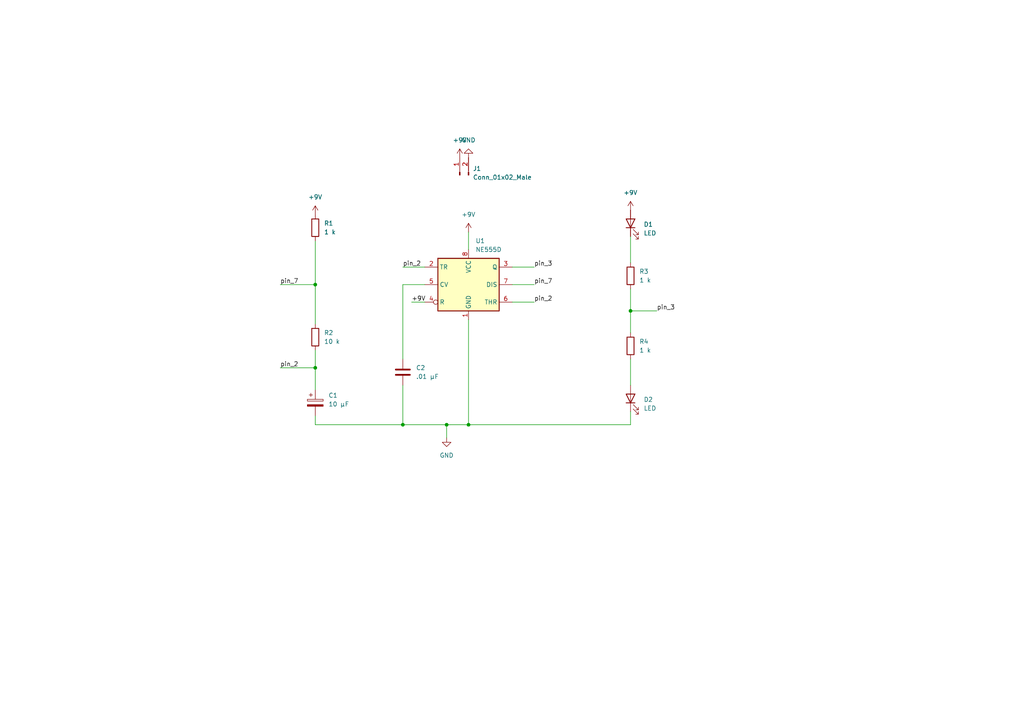
<source format=kicad_sch>
(kicad_sch (version 20211123) (generator eeschema)
  (paper "A4")
  (lib_symbols
    (symbol "Connector:Conn_01x02_Male" (pin_names (offset 1.016) hide)
      (property "Reference" "J" (at 0 2.54 0))
      (property "Value" "Conn_01x02_Male" (at 0 -5.08 0))
      (symbol "Conn_01x02_Male_1_1"
        (polyline (pts (xy 1.27 -2.54) (xy 0.8636 -2.54)) (stroke (width 0.1524)))
        (polyline (pts (xy 1.27 0) (xy 0.8636 0)) (stroke (width 0.1524)))
        (rectangle (start 0.8636 -2.413) (end 0 -2.667) (stroke (width 0.1524)) (fill (type outline)))
        (rectangle (start 0.8636 0.127) (end 0 -0.127) (stroke (width 0.1524)) (fill (type outline)))
        (pin passive line (at 5.08 0 180) (length 3.81) (name "Pin_1") (number "1"))
        (pin passive line (at 5.08 -2.54 180) (length 3.81) (name "Pin_2") (number "2"))
      )
    )
    (symbol "Device:C" (pin_numbers hide) (pin_names (offset 0.254))
      (property "Reference" "C" (at 0.635 2.54 0))
      (property "Value" "C" (at 0.635 -2.54 0))
      (symbol "C_0_1"
        (polyline (pts (xy -2.032 -0.762) (xy 2.032 -0.762)) (stroke (width 0.508)))
        (polyline (pts (xy -2.032 0.762) (xy 2.032 0.762)) (stroke (width 0.508)))
      )
      (symbol "C_1_1"
        (pin passive line (at 0 3.81 270) (length 2.794) (name "~") (number "1"))
        (pin passive line (at 0 -3.81 90) (length 2.794) (name "~") (number "2"))
      )
    )
    (symbol "Device:C_Polarized" (pin_numbers hide) (pin_names (offset 0.254))
      (property "Reference" "C" (at 0.635 2.54 0))
      (property "Value" "C_Polarized" (at 0.635 -2.54 0))
      (symbol "C_Polarized_0_1"
        (rectangle (start -2.286 0.508) (end 2.286 1.016))
        (polyline (pts (xy -1.778 2.286) (xy -0.762 2.286)))
        (polyline (pts (xy -1.27 2.794) (xy -1.27 1.778)))
        (rectangle (start 2.286 -0.508) (end -2.286 -1.016) (fill (type outline)))
      )
      (symbol "C_Polarized_1_1"
        (pin passive line (at 0 3.81 270) (length 2.794) (name "~") (number "1"))
        (pin passive line (at 0 -3.81 90) (length 2.794) (name "~") (number "2"))
      )
    )
    (symbol "Device:LED" (pin_numbers hide) (pin_names (offset 1.016) hide)
      (property "Reference" "D" (at 0 2.54 0))
      (property "Value" "LED" (at 0 -2.54 0))
      (symbol "LED_0_1"
        (polyline (pts (xy -1.27 -1.27) (xy -1.27 1.27)) (stroke (width 0.254)))
        (polyline (pts (xy -1.27 0) (xy 1.27 0)))
        (polyline (pts (xy 1.27 -1.27) (xy 1.27 1.27) (xy -1.27 0) (xy 1.27 -1.27)) (stroke (width 0.254)))
        (polyline (pts (xy -3.048 -0.762) (xy -4.572 -2.286) (xy -3.81 -2.286) (xy -4.572 -2.286) (xy -4.572 -1.524)))
        (polyline (pts (xy -1.778 -0.762) (xy -3.302 -2.286) (xy -2.54 -2.286) (xy -3.302 -2.286) (xy -3.302 -1.524)))
      )
      (symbol "LED_1_1"
        (pin passive line (at -3.81 0 0) (length 2.54) (name "K") (number "1"))
        (pin passive line (at 3.81 0 180) (length 2.54) (name "A") (number "2"))
      )
    )
    (symbol "Device:R" (pin_numbers hide) (pin_names (offset 0))
      (property "Reference" "R" (at 2.032 0 90))
      (property "Value" "R" (at 0 0 90))
      (symbol "R_0_1"
        (rectangle (start -1.016 -2.54) (end 1.016 2.54) (stroke (width 0.254)))
      )
      (symbol "R_1_1"
        (pin passive line (at 0 3.81 270) (length 1.27) (name "~") (number "1"))
        (pin passive line (at 0 -3.81 90) (length 1.27) (name "~") (number "2"))
      )
    )
    (symbol "Timer:NE555D"
      (property "Reference" "U" (at -10.16 8.89 0))
      (property "Value" "NE555D" (at 2.54 8.89 0))
      (symbol "NE555D_0_0"
        (pin power_in line (at 0 -10.16 90) (length 2.54) (name "GND") (number "1"))
        (pin power_in line (at 0 10.16 270) (length 2.54) (name "VCC") (number "8"))
      )
      (symbol "NE555D_0_1"
        (rectangle (start -8.89 -7.62) (end 8.89 7.62) (stroke (width 0.254)) (fill (type background)))
        (rectangle (start -8.89 -7.62) (end 8.89 7.62) (stroke (width 0.254)) (fill (type background)))
      )
      (symbol "NE555D_1_1"
        (pin input line (at -12.7 5.08 0) (length 3.81) (name "TR") (number "2"))
        (pin output line (at 12.7 5.08 180) (length 3.81) (name "Q") (number "3"))
        (pin input inverted (at -12.7 -5.08 0) (length 3.81) (name "R") (number "4"))
        (pin input line (at -12.7 0 0) (length 3.81) (name "CV") (number "5"))
        (pin input line (at 12.7 -5.08 180) (length 3.81) (name "THR") (number "6"))
        (pin input line (at 12.7 0 180) (length 3.81) (name "DIS") (number "7"))
      )
    )
    (symbol "power:+9V" (power) (pin_names (offset 0))
      (property "Value" "+9V" (at 0 3.556 0))
      (symbol "+9V_0_1"
        (polyline (pts (xy -0.762 1.27) (xy 0 2.54)))
        (polyline (pts (xy 0 0) (xy 0 2.54)))
        (polyline (pts (xy 0 2.54) (xy 0.762 1.27)))
      )
      (symbol "+9V_1_1"
        (pin power_in line (at 0 0 90) (length 0) hide (name "+9V") (number "1"))
      )
    )
    (symbol "power:GND" (power) (pin_names (offset 0))
      (property "Value" "GND" (at 0 -3.81 0))
      (symbol "GND_0_1"
        (polyline (pts (xy 0 0) (xy 0 -1.27) (xy 1.27 -1.27) (xy 0 -2.54) (xy -1.27 -1.27) (xy 0 -1.27)))
      )
      (symbol "GND_1_1"
        (pin power_in line (at 0 0 270) (length 0) hide (name "GND") (number "1"))
      )
    )
  )
  (junction (at 135.89 123.19))
  (junction (at 129.54 123.19))
  (junction (at 91.44 82.55))
  (junction (at 91.44 106.68))
  (junction (at 116.84 123.19))
  (junction (at 182.88 90.17))
  (wire (pts (xy 135.89 123.19) (xy 182.88 123.19)))
  (wire (pts (xy 91.44 123.19) (xy 116.84 123.19)))
  (wire (pts (xy 182.88 104.14) (xy 182.88 111.76)))
  (wire (pts (xy 91.44 120.65) (xy 91.44 123.19)))
  (wire (pts (xy 116.84 123.19) (xy 116.84 111.76)))
  (wire (pts (xy 129.54 127) (xy 129.54 123.19)))
  (wire (pts (xy 182.88 119.38) (xy 182.88 123.19)))
  (wire (pts (xy 116.84 77.47) (xy 123.19 77.47)))
  (wire (pts (xy 148.59 82.55) (xy 154.94 82.55)))
  (wire (pts (xy 182.88 90.17) (xy 182.88 96.52)))
  (wire (pts (xy 119.38 87.63) (xy 123.19 87.63)))
  (wire (pts (xy 148.59 87.63) (xy 154.94 87.63)))
  (wire (pts (xy 123.19 82.55) (xy 116.84 82.55)))
  (wire (pts (xy 81.28 82.55) (xy 91.44 82.55)))
  (wire (pts (xy 91.44 101.6) (xy 91.44 106.68)))
  (wire (pts (xy 182.88 90.17) (xy 190.5 90.17)))
  (wire (pts (xy 91.44 106.68) (xy 91.44 113.03)))
  (wire (pts (xy 182.88 83.82) (xy 182.88 90.17)))
  (wire (pts (xy 135.89 92.71) (xy 135.89 123.19)))
  (wire (pts (xy 91.44 82.55) (xy 91.44 93.98)))
  (wire (pts (xy 81.28 106.68) (xy 91.44 106.68)))
  (wire (pts (xy 116.84 82.55) (xy 116.84 104.14)))
  (wire (pts (xy 129.54 123.19) (xy 135.89 123.19)))
  (wire (pts (xy 148.59 77.47) (xy 154.94 77.47)))
  (wire (pts (xy 135.89 67.31) (xy 135.89 72.39)))
  (wire (pts (xy 116.84 123.19) (xy 129.54 123.19)))
  (wire (pts (xy 91.44 69.85) (xy 91.44 82.55)))
  (wire (pts (xy 182.88 68.58) (xy 182.88 76.2)))
  (label "pin_7" (at 81.28 82.55 0))
  (label "pin_3" (at 190.5 90.17 0))
  (label "+9V" (at 119.38 87.63 0))
  (label "pin_7" (at 154.94 82.55 0))
  (label "pin_3" (at 154.94 77.47 0))
  (label "pin_2" (at 81.28 106.68 0))
  (label "pin_2" (at 154.94 87.63 0))
  (label "pin_2" (at 116.84 77.47 0))
  (symbol (lib_id "power:GND") (at 135.89 45.72 180) (unit 1)
    (property "Reference" "#PWR0103" (effects hide))
    (property "Value" "GND" (at 135.89 40.64 0))
  )
  (symbol (lib_id "Device:LED") (at 182.88 64.77 90) (unit 1)
    (property "Reference" "D1" (at 186.69 65.0874 90) (effects (justify right)))
    (property "Value" "LED" (at 186.69 67.6274 90) (effects (justify right)))
    (property "Footprint" "LED_SMD:LED_1206_3216Metric_Pad1.42x1.75mm_HandSolder" (effects hide))
  )
  (symbol (lib_id "Device:C") (at 116.84 107.95 0) (unit 1)
    (property "Reference" "C2" (at 120.65 106.6799 0) (effects (justify left)))
    (property "Value" ".01 µF" (at 120.65 109.2199 0) (effects (justify left)))
    (property "Footprint" "Capacitor_SMD:C_0805_2012Metric_Pad1.18x1.45mm_HandSolder" (effects hide))
  )
  (symbol (lib_id "power:GND") (at 129.54 127 0) (unit 1)
    (property "Reference" "#PWR0105" (effects hide))
    (property "Value" "GND" (at 129.54 132.08 0))
  )
  (symbol (lib_id "Device:R") (at 182.88 80.01 0) (unit 1)
    (property "Reference" "R3" (at 185.42 78.7399 0) (effects (justify left)))
    (property "Value" "1 k" (at 185.42 81.2799 0) (effects (justify left)))
    (property "Footprint" "Resistor_SMD:R_0805_2012Metric_Pad1.20x1.40mm_HandSolder" (effects hide))
  )
  (symbol (lib_id "Device:R") (at 182.88 100.33 0) (unit 1)
    (property "Reference" "R4" (at 185.42 99.0599 0) (effects (justify left)))
    (property "Value" "1 k" (at 185.42 101.5999 0) (effects (justify left)))
    (property "Footprint" "Resistor_SMD:R_0805_2012Metric_Pad1.20x1.40mm_HandSolder" (effects hide))
  )
  (symbol (lib_id "Device:R") (at 91.44 66.04 0) (unit 1)
    (property "Reference" "R1" (at 93.98 64.7699 0) (effects (justify left)))
    (property "Value" "1 k" (at 93.98 67.3099 0) (effects (justify left)))
    (property "Footprint" "Resistor_SMD:R_0805_2012Metric_Pad1.20x1.40mm_HandSolder" (effects hide))
  )
  (symbol (lib_id "power:+9V") (at 135.89 67.31 0) (unit 1)
    (property "Reference" "#PWR0102" (effects hide))
    (property "Value" "+9V" (at 135.89 62.23 0))
  )
  (symbol (lib_id "power:+9V") (at 91.44 62.23 0) (unit 1)
    (property "Reference" "#PWR0106" (effects hide))
    (property "Value" "+9V" (at 91.44 57.15 0))
  )
  (symbol (lib_id "Connector:Conn_01x02_Male") (at 133.35 50.8 90) (unit 1)
    (property "Reference" "J1" (at 137.16 48.8949 90) (effects (justify right)))
    (property "Value" "Conn_01x02_Male" (at 137.16 51.4349 90) (effects (justify right)))
    (property "Footprint" "TerminalBlock:TerminalBlock_bornier-2_P5.08mm" (effects hide))
  )
  (symbol (lib_id "Device:R") (at 91.44 97.79 0) (unit 1)
    (property "Reference" "R2" (at 93.98 96.5199 0) (effects (justify left)))
    (property "Value" "10 k" (at 93.98 99.0599 0) (effects (justify left)))
    (property "Footprint" "Resistor_SMD:R_0805_2012Metric_Pad1.20x1.40mm_HandSolder" (effects hide))
  )
  (symbol (lib_id "Device:C_Polarized") (at 91.44 116.84 0) (unit 1)
    (property "Reference" "C1" (at 95.25 114.6809 0) (effects (justify left)))
    (property "Value" "10 µF" (at 95.25 117.2209 0) (effects (justify left)))
    (property "Footprint" "Capacitor_Tantalum_SMD:CP_EIA-3216-18_Kemet-A_Pad1.58x1.35mm_HandSolder" (effects hide))
  )
  (symbol (lib_id "Timer:NE555D") (at 135.89 82.55 0) (unit 1)
    (property "Reference" "U1" (at 137.9094 69.85 0) (effects (justify left)))
    (property "Value" "NE555D" (at 137.9094 72.39 0) (effects (justify left)))
    (property "Footprint" "Package_SO:SOIC-8-1EP_3.9x4.9mm_P1.27mm_EP2.29x3mm" (effects hide))
    (property "Datasheet" "http://www.ti.com/lit/ds/symlink/ne555.pdf" (effects hide))
  )
  (symbol (lib_id "power:+9V") (at 133.35 45.72 0) (unit 1)
    (property "Reference" "#PWR0104" (effects hide))
    (property "Value" "+9V" (at 133.35 40.64 0))
  )
  (symbol (lib_id "Device:LED") (at 182.88 115.57 90) (unit 1)
    (property "Reference" "D2" (at 186.69 115.8874 90) (effects (justify right)))
    (property "Value" "LED" (at 186.69 118.4274 90) (effects (justify right)))
    (property "Footprint" "LED_SMD:LED_1206_3216Metric_Pad1.42x1.75mm_HandSolder" (effects hide))
  )
  (symbol (lib_id "power:+9V") (at 182.88 60.96 0) (unit 1)
    (property "Reference" "#PWR0101" (effects hide))
    (property "Value" "+9V" (at 182.88 55.88 0))
  )
)
</source>
